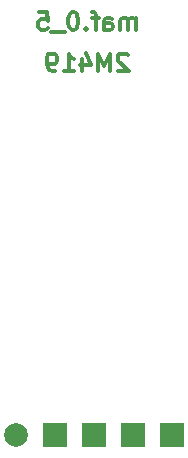
<source format=gbr>
G04 #@! TF.GenerationSoftware,KiCad,Pcbnew,(5.0.0)*
G04 #@! TF.CreationDate,2019-03-20T16:29:36+03:00*
G04 #@! TF.ProjectId,__________ 2_419__293__11__,1F354035453E343D383A20321C343139,rev?*
G04 #@! TF.SameCoordinates,Original*
G04 #@! TF.FileFunction,Copper,L2,Bot,Signal*
G04 #@! TF.FilePolarity,Positive*
%FSLAX46Y46*%
G04 Gerber Fmt 4.6, Leading zero omitted, Abs format (unit mm)*
G04 Created by KiCad (PCBNEW (5.0.0)) date 03/20/19 16:29:36*
%MOMM*%
%LPD*%
G01*
G04 APERTURE LIST*
G04 #@! TA.AperFunction,NonConductor*
%ADD10C,0.300000*%
G04 #@! TD*
G04 #@! TA.AperFunction,ComponentPad*
%ADD11R,2.000000X2.000000*%
G04 #@! TD*
G04 #@! TA.AperFunction,ComponentPad*
%ADD12C,2.000000*%
G04 #@! TD*
G04 APERTURE END LIST*
D10*
X168428571Y-45821428D02*
X168357142Y-45750000D01*
X168214285Y-45678571D01*
X167857142Y-45678571D01*
X167714285Y-45750000D01*
X167642857Y-45821428D01*
X167571428Y-45964285D01*
X167571428Y-46107142D01*
X167642857Y-46321428D01*
X168500000Y-47178571D01*
X167571428Y-47178571D01*
X166928571Y-47178571D02*
X166928571Y-45678571D01*
X166428571Y-46750000D01*
X165928571Y-45678571D01*
X165928571Y-47178571D01*
X164571428Y-46178571D02*
X164571428Y-47178571D01*
X164928571Y-45607142D02*
X165285714Y-46678571D01*
X164357142Y-46678571D01*
X163000000Y-47178571D02*
X163857142Y-47178571D01*
X163428571Y-47178571D02*
X163428571Y-45678571D01*
X163571428Y-45892857D01*
X163714285Y-46035714D01*
X163857142Y-46107142D01*
X162285714Y-47178571D02*
X162000000Y-47178571D01*
X161857142Y-47107142D01*
X161785714Y-47035714D01*
X161642857Y-46821428D01*
X161571428Y-46535714D01*
X161571428Y-45964285D01*
X161642857Y-45821428D01*
X161714285Y-45750000D01*
X161857142Y-45678571D01*
X162142857Y-45678571D01*
X162285714Y-45750000D01*
X162357142Y-45821428D01*
X162428571Y-45964285D01*
X162428571Y-46321428D01*
X162357142Y-46464285D01*
X162285714Y-46535714D01*
X162142857Y-46607142D01*
X161857142Y-46607142D01*
X161714285Y-46535714D01*
X161642857Y-46464285D01*
X161571428Y-46321428D01*
X169107142Y-43678571D02*
X169107142Y-42678571D01*
X169107142Y-42821428D02*
X169035714Y-42750000D01*
X168892857Y-42678571D01*
X168678571Y-42678571D01*
X168535714Y-42750000D01*
X168464285Y-42892857D01*
X168464285Y-43678571D01*
X168464285Y-42892857D02*
X168392857Y-42750000D01*
X168250000Y-42678571D01*
X168035714Y-42678571D01*
X167892857Y-42750000D01*
X167821428Y-42892857D01*
X167821428Y-43678571D01*
X166464285Y-43678571D02*
X166464285Y-42892857D01*
X166535714Y-42750000D01*
X166678571Y-42678571D01*
X166964285Y-42678571D01*
X167107142Y-42750000D01*
X166464285Y-43607142D02*
X166607142Y-43678571D01*
X166964285Y-43678571D01*
X167107142Y-43607142D01*
X167178571Y-43464285D01*
X167178571Y-43321428D01*
X167107142Y-43178571D01*
X166964285Y-43107142D01*
X166607142Y-43107142D01*
X166464285Y-43035714D01*
X165964285Y-42678571D02*
X165392857Y-42678571D01*
X165750000Y-43678571D02*
X165750000Y-42392857D01*
X165678571Y-42250000D01*
X165535714Y-42178571D01*
X165392857Y-42178571D01*
X164892857Y-43535714D02*
X164821428Y-43607142D01*
X164892857Y-43678571D01*
X164964285Y-43607142D01*
X164892857Y-43535714D01*
X164892857Y-43678571D01*
X163892857Y-42178571D02*
X163750000Y-42178571D01*
X163607142Y-42250000D01*
X163535714Y-42321428D01*
X163464285Y-42464285D01*
X163392857Y-42750000D01*
X163392857Y-43107142D01*
X163464285Y-43392857D01*
X163535714Y-43535714D01*
X163607142Y-43607142D01*
X163750000Y-43678571D01*
X163892857Y-43678571D01*
X164035714Y-43607142D01*
X164107142Y-43535714D01*
X164178571Y-43392857D01*
X164250000Y-43107142D01*
X164250000Y-42750000D01*
X164178571Y-42464285D01*
X164107142Y-42321428D01*
X164035714Y-42250000D01*
X163892857Y-42178571D01*
X163107142Y-43821428D02*
X161964285Y-43821428D01*
X160892857Y-42178571D02*
X161607142Y-42178571D01*
X161678571Y-42892857D01*
X161607142Y-42821428D01*
X161464285Y-42750000D01*
X161107142Y-42750000D01*
X160964285Y-42821428D01*
X160892857Y-42892857D01*
X160821428Y-43035714D01*
X160821428Y-43392857D01*
X160892857Y-43535714D01*
X160964285Y-43607142D01*
X161107142Y-43678571D01*
X161464285Y-43678571D01*
X161607142Y-43607142D01*
X161678571Y-43535714D01*
D11*
G04 #@! TO.P,DA1,5*
G04 #@! TO.N,GND*
X172200000Y-78000000D03*
G04 #@! TO.P,DA1,4*
G04 #@! TO.N,Vcc*
X168900000Y-78000000D03*
G04 #@! TO.P,DA1,3*
G04 #@! TO.N,GND2*
X165600000Y-78000000D03*
G04 #@! TO.P,DA1,2*
G04 #@! TO.N,Vcc2*
X162300000Y-78000000D03*
D12*
G04 #@! TO.P,DA1,1*
G04 #@! TO.N,N/C*
X159000000Y-78000000D03*
G04 #@! TD*
M02*

</source>
